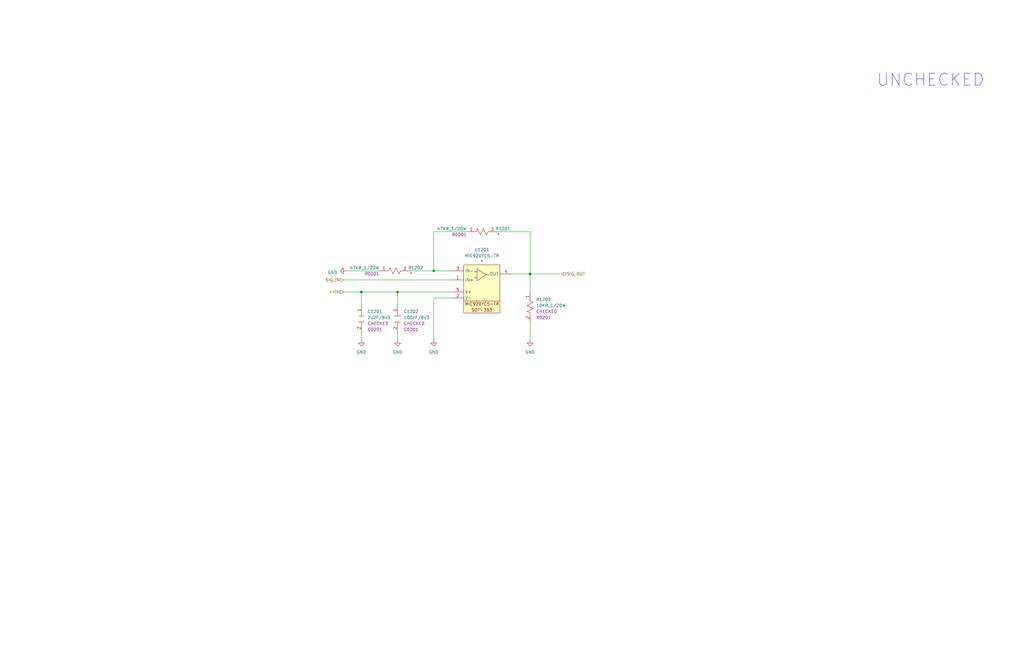
<source format=kicad_sch>
(kicad_sch (version 20230121) (generator eeschema)
  (paper "B")
  (title_block (title "Blender") (date "2023/09/18") (rev "v1.0") (company "Mend0z0") (comment 1 "v1.0") (comment 2 "v1.0") (comment 3 "Siavash Taher Parvar") (comment 4 "_BOM_Blender_v1.0.html") (comment 5 "_HW_Blender.kicad_pcb") (comment 6 "_GBR_Blender_v1.0") (comment 7 "_ASM_Blender_v1.0") (comment 8 "N/A") (comment 9 "Initial version"))
  (lib_symbols
    (symbol "_SCHLIB_Blender:CAP_100nF/6V3_C0201"
      (property "Reference" "C" (at 2.54 5.08 0))
      (property "Value" "100nF{slash}6V3" (at 2.54 7.62 0))
      (property "SCH CHECK" "CHECKED" (at 2.54 22.86 0))
      (property "Package" "C0201" (at 2.54 25.4 0))
      (symbol "CAP_100nF/6V3_C0201_0_0"
        (polyline (pts (xy 5.08 1.27) (xy 5.08 -1.27)))
        (polyline (pts (xy 7.62 1.27) (xy 7.62 -1.27)))
      )
      (symbol "CAP_100nF/6V3_C0201_1_1"
        (pin passive line (at 0 0 0) (length 5.08) (name "") (number "1"))
        (pin passive line (at 12.7 0 180) (length 5.08) (name "") (number "2"))
      )
    )
    (symbol "_SCHLIB_Blender:CAP_2u2F/6V3_C0201"
      (property "Reference" "C" (at 2.54 3.81 0))
      (property "Value" "2u2F/6V3" (at 2.54 6.35 0))
      (property "SCH CHECK" "CHECKED" (at 2.54 21.59 0))
      (property "Package" "C0201" (at 2.54 24.13 0))
      (symbol "CAP_2u2F/6V3_C0201_0_0"
        (polyline (pts (xy 5.08 1.27) (xy 5.08 -1.27)))
        (polyline (pts (xy 7.62 1.27) (xy 7.62 -1.27)))
      )
      (symbol "CAP_2u2F/6V3_C0201_1_1"
        (pin passive line (at 0 0 0) (length 5.08) (name "") (number "1"))
        (pin passive line (at 12.7 0 180) (length 5.08) (name "") (number "2"))
      )
    )
    (symbol "_SCHLIB_Blender:RES_10KR_1/20W-R0201"
      (property "Reference" "R" (at 2.54 5.08 0))
      (property "Value" "10KR_1{slash}20W" (at 2.54 7.62 0))
      (property "SCH CHECK" "CHECKED" (at 2.54 22.86 0))
      (property "Package" "R0201" (at 2.54 25.4 0))
      (symbol "RES_10KR_1/20W-R0201_0_0"
        (polyline (pts (xy 3.81 0) (xy 4.445 1.27) (xy 5.715 -1.27) (xy 6.985 1.27) (xy 8.255 -1.27) (xy 8.89 0)))
      )
      (symbol "RES_10KR_1/20W-R0201_1_1"
        (pin passive line (at 0 0 0) (length 3.81) (name "") (number "1"))
        (pin passive line (at 12.7 0 180) (length 3.81) (name "") (number "2"))
      )
    )
    (symbol "_SCHLIB_Blender:RES_47KR_1/20W_R0201"
      (property "Reference" "R" (at 2.54 3.81 0))
      (property "Value" "47KR_1/20W" (at 2.54 6.35 0))
      (property "SCH CHECK" "*" (at 2.54 21.59 0))
      (property "Package" "R0201" (at 2.54 24.13 0))
      (symbol "RES_47KR_1/20W_R0201_0_0"
        (polyline (pts (xy 3.81 0) (xy 4.445 1.27) (xy 5.715 -1.27) (xy 6.985 1.27) (xy 8.255 -1.27) (xy 8.89 0)))
      )
      (symbol "RES_47KR_1/20W_R0201_1_1"
        (pin passive line (at 0 0 0) (length 3.81) (name "") (number "1"))
        (pin passive line (at 12.7 0 180) (length 3.81) (name "") (number "2"))
      )
    )
    (symbol "_SCHLIB_ToslinkToDMX:OPAMP_MIC920YC5-TR"
      (property "Reference" "U" (at 2.54 2.54 0))
      (property "Value" "MIC920YC5-TR" (at 2.54 5.08 0))
      (property "SCH CHECK" "*" (at 2.54 20.32 0))
      (symbol "OPAMP_MIC920YC5-TR_0_0"
        (text "MIC920YC5-TR" (at 7.62 -16.51 0) (effects (font (size 1.27 1.27))))
        (text "SOT-353" (at 7.62 -19.05 0) (effects (font (size 1.27 1.27))))
      )
      (symbol "OPAMP_MIC920YC5-TR_0_1"
        (polyline (pts (xy 0 -15.24) (xy 15.24 -15.24)))
        (polyline (pts (xy 5.564 -5.45) (xy 4.294 -5.45)))
        (polyline (pts (xy 5.564 -2.91) (xy 4.294 -2.91)))
        (polyline (pts (xy 9.374 -4.18) (xy 10.644 -4.18)))
        (polyline (pts (xy 5.564 -1.64) (xy 5.564 -6.72) (xy 9.374 -4.18) (xy 5.564 -1.64)))
        (rectangle (start 0 0) (end 15.24 -20.32) (fill (type background)))
      )
      (symbol "OPAMP_MIC920YC5-TR_1_1"
        (pin passive line (at -5.08 -6.35 0) (length 5.08) (name "IN+") (number "1"))
        (pin passive line (at -5.08 -13.97 0) (length 5.08) (name "V-") (number "2"))
        (pin passive line (at -5.08 -2.54 0) (length 5.08) (name "IN-") (number "3"))
        (pin passive line (at 20.32 -3.81 180) (length 5.08) (name "OUT") (number "4"))
        (pin passive line (at -5.08 -11.43 0) (length 5.08) (name "V+") (number "5"))
      )
    )
    (symbol "power:GND" (power) (pin_names (offset 0))
      (property "Value" "GND" (at 0 -3.81 0))
      (symbol "GND_0_1"
        (polyline (pts (xy 0 0) (xy 0 -1.27) (xy 1.27 -1.27) (xy 0 -2.54) (xy -1.27 -1.27) (xy 0 -1.27)))
      )
      (symbol "GND_1_1"
        (pin power_in line (at 0 0 270) (length 0) hide (name "GND") (number "1"))
      )
    )
  )
  (junction (at 167.64 123.19))
  (junction (at 152.4 123.19))
  (junction (at 182.88 114.3))
  (junction (at 223.52 115.57))
  (wire (pts (xy 167.64 123.19) (xy 167.64 128.27)))
  (wire (pts (xy 196.85 97.79) (xy 182.88 97.79)))
  (wire (pts (xy 152.4 123.19) (xy 167.64 123.19)))
  (wire (pts (xy 152.4 123.19) (xy 152.4 128.27)))
  (wire (pts (xy 223.52 115.57) (xy 223.52 123.19)))
  (wire (pts (xy 209.55 97.79) (xy 223.52 97.79)))
  (wire (pts (xy 182.88 125.73) (xy 190.5 125.73)))
  (wire (pts (xy 182.88 97.79) (xy 182.88 114.3)))
  (wire (pts (xy 182.88 143.51) (xy 182.88 125.73)))
  (wire (pts (xy 167.64 143.51) (xy 167.64 140.97)))
  (wire (pts (xy 237.49 115.57) (xy 223.52 115.57)))
  (wire (pts (xy 182.88 114.3) (xy 190.5 114.3)))
  (wire (pts (xy 146.05 114.3) (xy 160.02 114.3)))
  (wire (pts (xy 172.72 114.3) (xy 182.88 114.3)))
  (wire (pts (xy 144.78 123.19) (xy 152.4 123.19)))
  (wire (pts (xy 144.78 118.11) (xy 190.5 118.11)))
  (wire (pts (xy 223.52 143.51) (xy 223.52 135.89)))
  (wire (pts (xy 152.4 143.51) (xy 152.4 140.97)))
  (wire (pts (xy 223.52 115.57) (xy 215.9 115.57)))
  (wire (pts (xy 167.64 123.19) (xy 190.5 123.19)))
  (wire (pts (xy 223.52 97.79) (xy 223.52 115.57)))
  (text "UNCHECKED" (at 369.57 36.83 0) (effects (font (size 5.08 5.08)) (justify left bottom)))
  (hierarchical_label "+VIN" (shape input) (at 144.78 123.19 180))
  (hierarchical_label "SIG_OUT" (shape output) (at 237.49 115.57 0))
  (hierarchical_label "SIG_IN" (shape input) (at 144.78 118.11 180))
  (symbol (lib_id "power:GND") (at 146.05 114.3 270) (unit 1)
    (property "Reference" "#PWR01201" (effects hide))
    (property "Value" "GND" (at 142.24 114.935 90) (effects (justify right)))
    (instances (project "_HW_Blender" (path "" (reference "#PWR01201") (unit 1)) (path "" (reference "#PWR01301") (unit 1)) (path "" (reference "#PWR01401") (unit 1))) (project "_HW_ToslinkToDMX" (path "" (reference "#PWR01201") (unit 1)) (path "" (reference "#PWR01301") (unit 1)) (path "" (reference "#PWR01401") (unit 1))))
  )
  (symbol (lib_id "_SCHLIB_Blender:CAP_2u2F/6V3_C0201") (at 152.4 128.27 270) (unit 1)
    (property "Reference" "C1201" (at 154.94 131.445 90) (effects (justify left)))
    (property "Value" "2u2F/6V3" (at 154.94 133.985 90) (effects (justify left)))
    (property "Footprint" "Capacitor_SMD:C_0201_0603Metric" (effects hide))
    (property "Datasheet" "https://ele.kyocera.com/assets/products/capacitor/CM_Series_e.pdf" (effects hide))
    (property "Description" "2.2 µF ±20% 6.3V Ceramic Capacitor X5R 0201 (0603 Metric)" (effects hide))
    (property "Part Number" "CM03X5R225M06AH" (effects hide))
    (property "Link" "https://www.digikey.ca/en/products/detail/kyocera-avx/CM03X5R225M06AH/10815044" (effects hide))
    (property "SCH CHECK" "CHECKED" (at 154.94 136.525 90) (effects (justify left)))
    (property "Package" "C0201" (at 154.94 139.065 90) (effects (justify left)))
    (instances (project "_HW_Blender" (path "" (reference "C1201") (unit 1)) (path "" (reference "C1301") (unit 1)) (path "" (reference "C1401") (unit 1))) (project "_HW_ToslinkToDMX" (path "" (reference "C1201") (unit 1)) (path "" (reference "C1301") (unit 1)) (path "" (reference "C1401") (unit 1))))
  )
  (symbol (lib_id "power:GND") (at 152.4 143.51 0) (unit 1)
    (property "Reference" "#PWR01202" (effects hide))
    (property "Value" "GND" (at 152.4 148.59 0))
    (instances (project "_HW_Blender" (path "" (reference "#PWR01202") (unit 1)) (path "" (reference "#PWR01302") (unit 1)) (path "" (reference "#PWR01402") (unit 1))) (project "_HW_ToslinkToDMX" (path "" (reference "#PWR01202") (unit 1)) (path "" (reference "#PWR01302") (unit 1)) (path "" (reference "#PWR01402") (unit 1))))
  )
  (symbol (lib_id "power:GND") (at 182.88 143.51 0) (unit 1)
    (property "Reference" "#PWR01204" (effects hide))
    (property "Value" "GND" (at 182.88 148.59 0))
    (instances (project "_HW_Blender" (path "" (reference "#PWR01204") (unit 1)) (path "" (reference "#PWR01304") (unit 1)) (path "" (reference "#PWR01404") (unit 1))) (project "_HW_ToslinkToDMX" (path "" (reference "#PWR01204") (unit 1)) (path "" (reference "#PWR01304") (unit 1)) (path "" (reference "#PWR01404") (unit 1))))
  )
  (symbol (lib_id "_SCHLIB_Blender:RES_47KR_1/20W_R0201") (at 196.85 97.79 0) (unit 1)
    (property "Reference" "R1201" (at 212.09 96.52 0))
    (property "Value" "47KR_1/20W" (at 190.5 96.52 0))
    (property "Footprint" "Resistor_SMD:R_0201_0603Metric" (effects hide))
    (property "Datasheet" "https://www.yageo.com/upload/media/product/productsearch/datasheet/rchip/PYu-AC_51_RoHS_L_9.pdf" (effects hide))
    (property "Description" "47 kOhms ±1% 0.05W, 1/20W Chip Resistor 0201 (0603 Metric) Automotive AEC-Q200, Moisture Resistant Thick Film" (effects hide))
    (property "Part Number" "AC0201FR-0747KL" (effects hide))
    (property "Link" "https://www.digikey.ca/en/products/detail/yageo/AC0201FR-0747KL/5894664" (effects hide))
    (property "SCH CHECK" "*" (at 209.55 99.06 0) (effects (justify left)))
    (property "Package" "R0201" (at 190.5 99.06 0) (effects (justify left)))
    (instances (project "_HW_Blender" (path "" (reference "R1201") (unit 1)) (path "" (reference "R1301") (unit 1)) (path "" (reference "R1401") (unit 1))) (project "_HW_ToslinkToDMX" (path "" (reference "R1201") (unit 1)) (path "" (reference "R1301") (unit 1)) (path "" (reference "R1401") (unit 1))))
  )
  (symbol (lib_id "_SCHLIB_Blender:CAP_100nF/6V3_C0201") (at 167.64 128.27 270) (unit 1)
    (property "Reference" "C1202" (at 170.18 131.445 90) (effects (justify left)))
    (property "Value" "100nF/6V3" (at 170.18 133.985 90) (effects (justify left)))
    (property "Footprint" "Capacitor_SMD:C_0201_0603Metric" (effects hide))
    (property "Datasheet" "https://www.yageo.com/upload/media/product/productsearch/datasheet/mlcc/UPY-GPHC_X7R_6.3V-to-250V_22.pdf" (effects hide))
    (property "Description" "0.1 µF ±10% 6.3V Ceramic Capacitor X7R 0201 (0603 Metric)" (effects hide))
    (property "Part Number" "CC0201KRX7R5BB104" (effects hide))
    (property "Link" "https://www.digikey.ca/en/products/detail/yageo/CC0201KRX7R5BB104/12698853" (effects hide))
    (property "SCH CHECK" "CHECKED" (at 170.18 136.525 90) (effects (justify left)))
    (property "Package" "C0201" (at 170.18 139.065 90) (effects (justify left)))
    (instances (project "_HW_Blender" (path "" (reference "C1202") (unit 1)) (path "" (reference "C1302") (unit 1)) (path "" (reference "C1402") (unit 1))) (project "_HW_ToslinkToDMX" (path "" (reference "C1202") (unit 1)) (path "" (reference "C1302") (unit 1)) (path "" (reference "C1402") (unit 1))))
  )
  (symbol (lib_id "_SCHLIB_ToslinkToDMX:OPAMP_MIC920YC5-TR") (at 195.58 111.76 0) (unit 1)
    (property "Reference" "U1201" (at 203.2 105.41 0))
    (property "Value" "MIC920YC5-TR" (at 203.2 107.95 0))
    (property "Footprint" "Package_TO_SOT_SMD:SOT-353_SC-70-5" (effects hide))
    (property "Datasheet" "http://ww1.microchip.com/downloads/en/DeviceDoc/mic920.pdf" (effects hide))
    (property "Description" "General Purpose Amplifier 1 Circuit SC-70-5" (effects hide))
    (property "Part Number" "MIC920YC5-TR" (effects hide))
    (property "Link" "https://www.digikey.ca/en/products/detail/microchip-technology/MIC920YC5-TR/1617205" (effects hide))
    (property "SCH CHECK" "*" (at 203.2 110.49 0))
    (instances (project "_HW_Blender" (path "" (reference "U1201") (unit 1)) (path "" (reference "U1301") (unit 1)) (path "" (reference "U1401") (unit 1))) (project "_HW_ToslinkToDMX" (path "" (reference "U1201") (unit 1)) (path "" (reference "U1301") (unit 1)) (path "" (reference "U1401") (unit 1))))
  )
  (symbol (lib_id "_SCHLIB_Blender:RES_10KR_1/20W-R0201") (at 223.52 123.19 270) (unit 1)
    (property "Reference" "R1203" (at 226.06 126.365 90) (effects (justify left)))
    (property "Value" "10KR_1/20W" (at 226.06 128.905 90) (effects (justify left)))
    (property "Footprint" "Resistor_SMD:R_0201_0603Metric" (effects hide))
    (property "Datasheet" "https://www.seielect.com/Catalog/SEI-RMCF_RMCP.pdf" (effects hide))
    (property "Description" "10 kOhms ±1% 0.05W, 1/20W Chip Resistor 0201 (0603 Metric) Thick Film" (effects hide))
    (property "Part Number" "RMCF0201FT10K0" (effects hide))
    (property "Link" "https://www.digikey.ca/en/products/detail/stackpole-electronics-inc/RMCF0201FT10K0/1714990" (effects hide))
    (property "SCH CHECK" "CHECKED" (at 226.06 131.445 90) (effects (justify left)))
    (property "Package" "R0201" (at 226.06 133.985 90) (effects (justify left)))
    (instances (project "_HW_Blender" (path "" (reference "R1203") (unit 1)) (path "" (reference "R1303") (unit 1)) (path "" (reference "R1403") (unit 1))) (project "_HW_ToslinkToDMX" (path "" (reference "R1203") (unit 1)) (path "" (reference "R1303") (unit 1)) (path "" (reference "R1403") (unit 1))))
  )
  (symbol (lib_id "power:GND") (at 167.64 143.51 0) (unit 1)
    (property "Reference" "#PWR01203" (effects hide))
    (property "Value" "GND" (at 167.64 148.59 0))
    (instances (project "_HW_Blender" (path "" (reference "#PWR01203") (unit 1)) (path "" (reference "#PWR01303") (unit 1)) (path "" (reference "#PWR01403") (unit 1))) (project "_HW_ToslinkToDMX" (path "" (reference "#PWR01203") (unit 1)) (path "" (reference "#PWR01303") (unit 1)) (path "" (reference "#PWR01403") (unit 1))))
  )
  (symbol (lib_id "power:GND") (at 223.52 143.51 0) (unit 1)
    (property "Reference" "#PWR01205" (effects hide))
    (property "Value" "GND" (at 223.52 148.59 0))
    (instances (project "_HW_Blender" (path "" (reference "#PWR01205") (unit 1)) (path "" (reference "#PWR01305") (unit 1)) (path "" (reference "#PWR01405") (unit 1))) (project "_HW_ToslinkToDMX" (path "" (reference "#PWR01205") (unit 1)) (path "" (reference "#PWR01305") (unit 1)) (path "" (reference "#PWR01405") (unit 1))))
  )
  (symbol (lib_id "_SCHLIB_Blender:RES_47KR_1/20W_R0201") (at 160.02 114.3 0) (unit 1)
    (property "Reference" "R1202" (at 175.26 113.03 0))
    (property "Value" "47KR_1/20W" (at 153.67 113.03 0))
    (property "Footprint" "Resistor_SMD:R_0201_0603Metric" (effects hide))
    (property "Datasheet" "https://www.yageo.com/upload/media/product/productsearch/datasheet/rchip/PYu-AC_51_RoHS_L_9.pdf" (effects hide))
    (property "Description" "47 kOhms ±1% 0.05W, 1/20W Chip Resistor 0201 (0603 Metric) Automotive AEC-Q200, Moisture Resistant Thick Film" (effects hide))
    (property "Part Number" "AC0201FR-0747KL" (effects hide))
    (property "Link" "https://www.digikey.ca/en/products/detail/yageo/AC0201FR-0747KL/5894664" (effects hide))
    (property "SCH CHECK" "*" (at 172.72 115.57 0) (effects (justify left)))
    (property "Package" "R0201" (at 153.67 115.57 0) (effects (justify left)))
    (instances (project "_HW_Blender" (path "" (reference "R1202") (unit 1)) (path "" (reference "R1302") (unit 1)) (path "" (reference "R1402") (unit 1))) (project "_HW_ToslinkToDMX" (path "" (reference "R1202") (unit 1)) (path "" (reference "R1302") (unit 1)) (path "" (reference "R1402") (unit 1))))
  )
)
</source>
